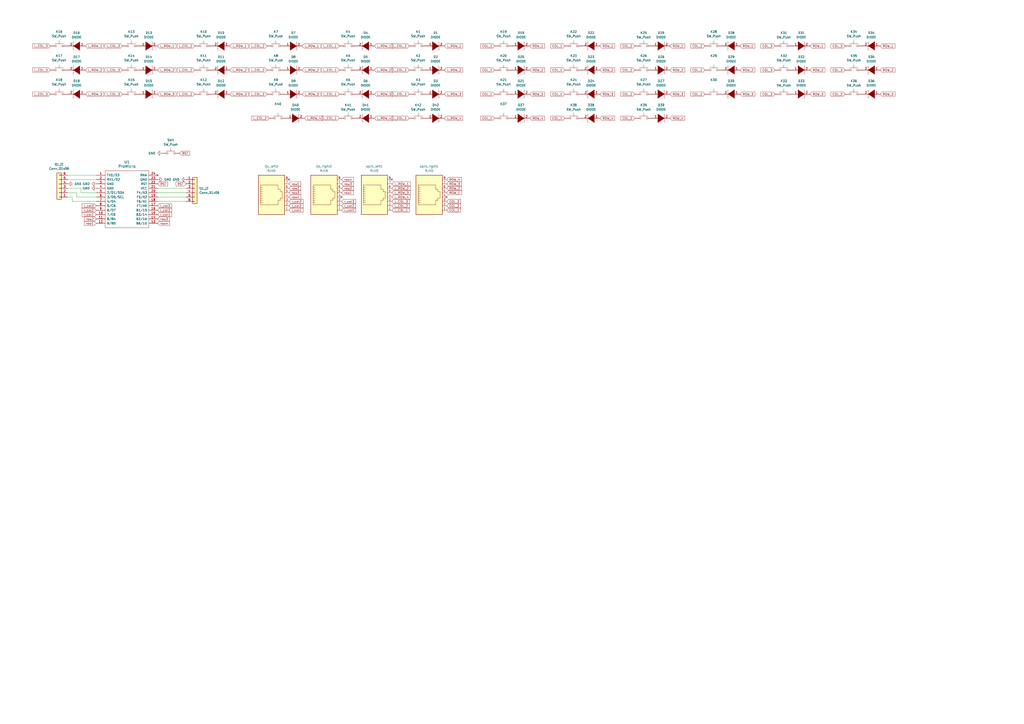
<source format=kicad_sch>
(kicad_sch (version 20230121) (generator eeschema)
  (paper "A2")
  (title_block (title "Bartlesplit") (company "Minimon"))
  (lib_symbols
    (symbol "Connector:RJ45" (pin_names (offset 1.016))
      (property "Reference" "J" (at -5.08 13.97 0))
      (property "Value" "RJ45" (at 2.54 13.97 0))
      (symbol "RJ45_0_1"
        (polyline (pts (xy -5.08 4.445) (xy -6.35 4.445)))
        (polyline (pts (xy -5.08 5.715) (xy -6.35 5.715)))
        (polyline (pts (xy -6.35 -3.175) (xy -5.08 -3.175) (xy -5.08 -3.175)))
        (polyline (pts (xy -6.35 -1.905) (xy -5.08 -1.905) (xy -5.08 -1.905)))
        (polyline (pts (xy -6.35 -0.635) (xy -5.08 -0.635) (xy -5.08 -0.635)))
        (polyline (pts (xy -6.35 0.635) (xy -5.08 0.635) (xy -5.08 0.635)))
        (polyline (pts (xy -6.35 1.905) (xy -5.08 1.905) (xy -5.08 1.905)))
        (polyline (pts (xy -5.08 3.175) (xy -6.35 3.175) (xy -6.35 3.175)))
        (polyline (pts (xy -6.35 -4.445) (xy -6.35 6.985) (xy 3.81 6.985) (xy 3.81 4.445) (xy 5.08 4.445) (xy 5.08 3.175) (xy 6.35 3.175) (xy 6.35 -0.635) (xy 5.08 -0.635) (xy 5.08 -1.905) (xy 3.81 -1.905) (xy 3.81 -4.445) (xy -6.35 -4.445) (xy -6.35 -4.445)))
        (rectangle (start 7.62 12.7) (end -7.62 -10.16) (stroke (width 0.254)) (fill (type background)))
      )
      (symbol "RJ45_1_1"
        (pin passive line (at 10.16 -7.62 180) (length 2.54) (name "~") (number "1"))
        (pin passive line (at 10.16 -5.08 180) (length 2.54) (name "~") (number "2"))
        (pin passive line (at 10.16 -2.54 180) (length 2.54) (name "~") (number "3"))
        (pin passive line (at 10.16 0 180) (length 2.54) (name "~") (number "4"))
        (pin passive line (at 10.16 2.54 180) (length 2.54) (name "~") (number "5"))
        (pin passive line (at 10.16 5.08 180) (length 2.54) (name "~") (number "6"))
        (pin passive line (at 10.16 7.62 180) (length 2.54) (name "~") (number "7"))
        (pin passive line (at 10.16 10.16 180) (length 2.54) (name "~") (number "8"))
      )
    )
    (symbol "Connector_Generic:Conn_01x06" (pin_names (offset 1.016) hide)
      (property "Reference" "J" (at 0 7.62 0))
      (property "Value" "Conn_01x06" (at 0 -10.16 0))
      (symbol "Conn_01x06_1_1"
        (rectangle (start -1.27 -7.493) (end 0 -7.747) (stroke (width 0.1524)))
        (rectangle (start -1.27 -4.953) (end 0 -5.207) (stroke (width 0.1524)))
        (rectangle (start -1.27 -2.413) (end 0 -2.667) (stroke (width 0.1524)))
        (rectangle (start -1.27 0.127) (end 0 -0.127) (stroke (width 0.1524)))
        (rectangle (start -1.27 2.667) (end 0 2.413) (stroke (width 0.1524)))
        (rectangle (start -1.27 5.207) (end 0 4.953) (stroke (width 0.1524)))
        (rectangle (start -1.27 6.35) (end 1.27 -8.89) (stroke (width 0.254)) (fill (type background)))
        (pin passive line (at -5.08 5.08 0) (length 3.81) (name "Pin_1") (number "1"))
        (pin passive line (at -5.08 2.54 0) (length 3.81) (name "Pin_2") (number "2"))
        (pin passive line (at -5.08 0 0) (length 3.81) (name "Pin_3") (number "3"))
        (pin passive line (at -5.08 -2.54 0) (length 3.81) (name "Pin_4") (number "4"))
        (pin passive line (at -5.08 -5.08 0) (length 3.81) (name "Pin_5") (number "5"))
        (pin passive line (at -5.08 -7.62 0) (length 3.81) (name "Pin_6") (number "6"))
      )
    )
    (symbol "Switch:SW_Push" (pin_numbers hide) (pin_names (offset 1.016) hide)
      (property "Reference" "SW" (at 1.27 2.54 0))
      (property "Value" "SW_Push" (at 0 -1.524 0))
      (symbol "SW_Push_0_1"
        (circle (center -2.032 0) (radius 0.508))
        (polyline (pts (xy 0 1.27) (xy 0 3.048)))
        (polyline (pts (xy 2.54 1.27) (xy -2.54 1.27)))
        (circle (center 2.032 0) (radius 0.508))
        (pin passive line (at -5.08 0 0) (length 2.54) (name "1") (number "1"))
        (pin passive line (at 5.08 0 180) (length 2.54) (name "2") (number "2"))
      )
    )
    (symbol "kbd:ProMicro" (pin_names (offset 1.016))
      (property "Reference" "U" (at 0 19.05 0))
      (property "Value" "ProMicro" (at 0 -19.05 0))
      (symbol "ProMicro_0_1"
        (rectangle (start -12.7 16.51) (end 12.7 -16.51))
      )
      (symbol "ProMicro_1_1"
        (pin bidirectional line (at -17.78 13.97 0) (length 5.08) (name "TX0/D3") (number "1"))
        (pin bidirectional line (at -17.78 -8.89 0) (length 5.08) (name "7/E6") (number "10"))
        (pin bidirectional line (at -17.78 -11.43 0) (length 5.08) (name "8/B4") (number "11"))
        (pin bidirectional line (at -17.78 -13.97 0) (length 5.08) (name "9/B5") (number "12"))
        (pin bidirectional line (at 17.78 -13.97 180) (length 5.08) (name "B6/10") (number "13"))
        (pin bidirectional line (at 17.78 -11.43 180) (length 5.08) (name "B2/16") (number "14"))
        (pin bidirectional line (at 17.78 -8.89 180) (length 5.08) (name "B3/14") (number "15"))
        (pin bidirectional line (at 17.78 -6.35 180) (length 5.08) (name "B1/15") (number "16"))
        (pin bidirectional line (at 17.78 -3.81 180) (length 5.08) (name "F7/A0") (number "17"))
        (pin bidirectional line (at 17.78 -1.27 180) (length 5.08) (name "F6/A1") (number "18"))
        (pin bidirectional line (at 17.78 1.27 180) (length 5.08) (name "F5/A2") (number "19"))
        (pin bidirectional line (at -17.78 11.43 0) (length 5.08) (name "RX1/D2") (number "2"))
        (pin bidirectional line (at 17.78 3.81 180) (length 5.08) (name "F4/A3") (number "20"))
        (pin power_in line (at 17.78 6.35 180) (length 5.08) (name "VCC") (number "21"))
        (pin input line (at 17.78 8.89 180) (length 5.08) (name "RST") (number "22"))
        (pin power_in line (at 17.78 11.43 180) (length 5.08) (name "GND") (number "23"))
        (pin power_out line (at 17.78 13.97 180) (length 5.08) (name "RAW") (number "24"))
        (pin power_in line (at -17.78 8.89 0) (length 5.08) (name "GND") (number "3"))
        (pin power_in line (at -17.78 6.35 0) (length 5.08) (name "GND") (number "4"))
        (pin bidirectional line (at -17.78 3.81 0) (length 5.08) (name "2/D1/SDA") (number "5"))
        (pin bidirectional line (at -17.78 1.27 0) (length 5.08) (name "3/D0/SCL") (number "6"))
        (pin bidirectional line (at -17.78 -1.27 0) (length 5.08) (name "4/D4") (number "7"))
        (pin bidirectional line (at -17.78 -3.81 0) (length 5.08) (name "5/C6") (number "8"))
        (pin bidirectional line (at -17.78 -6.35 0) (length 5.08) (name "6/D7") (number "9"))
      )
    )
    (symbol "power:GND" (power) (pin_names (offset 0))
      (property "Value" "GND" (at 0 -3.81 0))
      (symbol "GND_0_1"
        (polyline (pts (xy 0 0) (xy 0 -1.27) (xy 1.27 -1.27) (xy 0 -2.54) (xy -1.27 -1.27) (xy 0 -1.27)))
      )
      (symbol "GND_1_1"
        (pin power_in line (at 0 0 270) (length 0) hide (name "GND") (number "1"))
      )
    )
    (symbol "pspice:DIODE" (pin_names (offset 1.016) hide)
      (property "Reference" "D" (at 0 3.81 0))
      (property "Value" "DIODE" (at 0 -4.445 0))
      (symbol "DIODE_0_1"
        (polyline (pts (xy 1.905 2.54) (xy 1.905 -2.54)))
        (polyline (pts (xy -1.905 2.54) (xy -1.905 -2.54) (xy 1.905 0)) (fill (type outline)))
      )
      (symbol "DIODE_1_1"
        (pin input line (at -5.08 0 0) (length 3.81) (name "K") (number "1"))
        (pin input line (at 5.08 0 180) (length 3.81) (name "A") (number "2"))
      )
    )
  )
  (no_connect (at 91.44 101.6))
  (no_connect (at 198.12 114.3))
  (no_connect (at 167.64 104.14))
  (no_connect (at 259.08 114.3))
  (no_connect (at 227.33 104.14))
  (wire (pts (xy 91.44 109.22) (xy 107.95 109.22)))
  (wire (pts (xy 44.45 114.3) (xy 44.45 111.76)))
  (wire (pts (xy 91.44 114.3) (xy 107.95 114.3)))
  (wire (pts (xy 91.44 116.84) (xy 107.95 116.84)))
  (wire (pts (xy 39.37 104.14) (xy 55.88 104.14)))
  (wire (pts (xy 91.44 111.76) (xy 107.95 111.76)))
  (wire (pts (xy 55.88 116.84) (xy 41.91 116.84)))
  (wire (pts (xy 44.45 114.3) (xy 55.88 114.3)))
  (wire (pts (xy 41.91 116.84) (xy 41.91 114.3)))
  (wire (pts (xy 44.45 111.76) (xy 39.37 111.76)))
  (wire (pts (xy 39.37 109.22) (xy 46.99 109.22)))
  (wire (pts (xy 46.99 111.76) (xy 46.99 109.22)))
  (wire (pts (xy 46.99 111.76) (xy 55.88 111.76)))
  (wire (pts (xy 39.37 101.6) (xy 55.88 101.6)))
  (wire (pts (xy 41.91 114.3) (xy 39.37 114.3)))
  (global_label "COL_2" (shape input) (at 368.3 54.61 180) (property "Intersheetrefs" "${INTERSHEET_REFS}" (effects hide)))
  (global_label "r_col1" (shape input) (at 198.12 121.92 0) (property "Intersheetrefs" "${INTERSHEET_REFS}" (effects hide)))
  (global_label "L_COL_2" (shape input) (at 113.03 40.64 180) (property "Intersheetrefs" "${INTERSHEET_REFS}" (effects hide)))
  (global_label "ROW_1" (shape input) (at 469.9 26.67 0) (property "Intersheetrefs" "${INTERSHEET_REFS}" (effects hide)))
  (global_label "row3" (shape input) (at 167.64 111.76 0) (property "Intersheetrefs" "${INTERSHEET_REFS}" (effects hide)))
  (global_label "l_col3" (shape input) (at 91.44 119.38 0) (property "Intersheetrefs" "${INTERSHEET_REFS}" (effects hide)))
  (global_label "row4" (shape input) (at 167.64 114.3 0) (property "Intersheetrefs" "${INTERSHEET_REFS}" (effects hide)))
  (global_label "COL_3" (shape input) (at 490.22 40.64 180) (property "Intersheetrefs" "${INTERSHEET_REFS}" (effects hide)))
  (global_label "L_COL_1" (shape input) (at 227.33 121.92 0) (property "Intersheetrefs" "${INTERSHEET_REFS}" (effects hide)))
  (global_label "L_COL_1" (shape input) (at 237.49 54.61 180) (property "Intersheetrefs" "${INTERSHEET_REFS}" (effects hide)))
  (global_label "row2" (shape input) (at 167.64 109.22 0) (property "Intersheetrefs" "${INTERSHEET_REFS}" (effects hide)))
  (global_label "row3" (shape input) (at 198.12 106.68 0) (property "Intersheetrefs" "${INTERSHEET_REFS}" (effects hide)))
  (global_label "r_col1" (shape input) (at 55.88 124.46 180) (property "Intersheetrefs" "${INTERSHEET_REFS}" (effects hide)))
  (global_label "RST" (shape input) (at 91.44 106.68 0) (property "Intersheetrefs" "${INTERSHEET_REFS}" (effects hide)))
  (global_label "L_ROW_4" (shape input) (at 227.33 114.3 0) (property "Intersheetrefs" "${INTERSHEET_REFS}" (effects hide)))
  (global_label "COL_2" (shape input) (at 259.08 119.38 0) (property "Intersheetrefs" "${INTERSHEET_REFS}" (effects hide)))
  (global_label "L_COL_1" (shape input) (at 196.85 68.58 180) (property "Intersheetrefs" "${INTERSHEET_REFS}" (effects hide)))
  (global_label "l_col2" (shape input) (at 167.64 119.38 0) (property "Intersheetrefs" "${INTERSHEET_REFS}" (effects hide)))
  (global_label "ROW_3" (shape input) (at 469.9 54.61 0) (property "Intersheetrefs" "${INTERSHEET_REFS}" (effects hide)))
  (global_label "L_COL_2" (shape input) (at 154.94 26.67 180) (property "Intersheetrefs" "${INTERSHEET_REFS}" (effects hide)))
  (global_label "L_ROW_1" (shape input) (at 133.35 26.67 0) (property "Intersheetrefs" "${INTERSHEET_REFS}" (effects hide)))
  (global_label "ROW_2" (shape input) (at 307.34 40.64 0) (property "Intersheetrefs" "${INTERSHEET_REFS}" (effects hide)))
  (global_label "row4" (shape input) (at 91.44 129.54 0) (property "Intersheetrefs" "${INTERSHEET_REFS}" (effects hide)))
  (global_label "l_col1" (shape input) (at 167.64 121.92 0) (property "Intersheetrefs" "${INTERSHEET_REFS}" (effects hide)))
  (global_label "L_COL_3" (shape input) (at 29.21 26.67 180) (property "Intersheetrefs" "${INTERSHEET_REFS}" (effects hide)))
  (global_label "row4" (shape input) (at 198.12 104.14 0) (property "Intersheetrefs" "${INTERSHEET_REFS}" (effects hide)))
  (global_label "L_COL_1" (shape input) (at 237.49 68.58 180) (property "Intersheetrefs" "${INTERSHEET_REFS}" (effects hide)))
  (global_label "ROW_1" (shape input) (at 510.54 26.67 0) (property "Intersheetrefs" "${INTERSHEET_REFS}" (effects hide)))
  (global_label "row1" (shape input) (at 198.12 111.76 0) (property "Intersheetrefs" "${INTERSHEET_REFS}" (effects hide)))
  (global_label "row2" (shape input) (at 198.12 109.22 0) (property "Intersheetrefs" "${INTERSHEET_REFS}" (effects hide)))
  (global_label "r_col2" (shape input) (at 55.88 121.92 180) (property "Intersheetrefs" "${INTERSHEET_REFS}" (effects hide)))
  (global_label "COL_2" (shape input) (at 408.94 54.61 180) (property "Intersheetrefs" "${INTERSHEET_REFS}" (effects hide)))
  (global_label "L_COL_3" (shape input) (at 71.12 40.64 180) (property "Intersheetrefs" "${INTERSHEET_REFS}" (effects hide)))
  (global_label "L_ROW_2" (shape input) (at 49.53 40.64 0) (property "Intersheetrefs" "${INTERSHEET_REFS}" (effects hide)))
  (global_label "COL_2" (shape input) (at 408.94 26.67 180) (property "Intersheetrefs" "${INTERSHEET_REFS}" (effects hide)))
  (global_label "COL_1" (shape input) (at 327.66 54.61 180) (property "Intersheetrefs" "${INTERSHEET_REFS}" (effects hide)))
  (global_label "L_COL_3" (shape input) (at 227.33 116.84 0) (property "Intersheetrefs" "${INTERSHEET_REFS}" (effects hide)))
  (global_label "COL_1" (shape input) (at 327.66 68.58 180) (property "Intersheetrefs" "${INTERSHEET_REFS}" (effects hide)))
  (global_label "row2" (shape input) (at 55.88 127 180) (property "Intersheetrefs" "${INTERSHEET_REFS}" (effects hide)))
  (global_label "RST" (shape input) (at 107.95 106.68 180) (property "Intersheetrefs" "${INTERSHEET_REFS}" (effects hide)))
  (global_label "L_ROW_2" (shape input) (at 257.81 40.64 0) (property "Intersheetrefs" "${INTERSHEET_REFS}" (effects hide)))
  (global_label "L_ROW_1" (shape input) (at 227.33 106.68 0) (property "Intersheetrefs" "${INTERSHEET_REFS}" (effects hide)))
  (global_label "L_ROW_3" (shape input) (at 91.44 54.61 0) (property "Intersheetrefs" "${INTERSHEET_REFS}" (effects hide)))
  (global_label "ROW_1" (shape input) (at 307.34 26.67 0) (property "Intersheetrefs" "${INTERSHEET_REFS}" (effects hide)))
  (global_label "L_ROW_4" (shape input) (at 257.81 68.58 0) (property "Intersheetrefs" "${INTERSHEET_REFS}" (effects hide)))
  (global_label "ROW_3" (shape input) (at 510.54 54.61 0) (property "Intersheetrefs" "${INTERSHEET_REFS}" (effects hide)))
  (global_label "l_col1" (shape input) (at 91.44 124.46 0) (property "Intersheetrefs" "${INTERSHEET_REFS}" (effects hide)))
  (global_label "L_COL_1" (shape input) (at 237.49 40.64 180) (property "Intersheetrefs" "${INTERSHEET_REFS}" (effects hide)))
  (global_label "row1" (shape input) (at 167.64 106.68 0) (property "Intersheetrefs" "${INTERSHEET_REFS}" (effects hide)))
  (global_label "l_col2" (shape input) (at 91.44 121.92 0) (property "Intersheetrefs" "${INTERSHEET_REFS}" (effects hide)))
  (global_label "ROW_4" (shape input) (at 388.62 68.58 0) (property "Intersheetrefs" "${INTERSHEET_REFS}" (effects hide)))
  (global_label "COL_1" (shape input) (at 327.66 26.67 180) (property "Intersheetrefs" "${INTERSHEET_REFS}" (effects hide)))
  (global_label "L_COL_1" (shape input) (at 196.85 40.64 180) (property "Intersheetrefs" "${INTERSHEET_REFS}" (effects hide)))
  (global_label "l_col3" (shape input) (at 167.64 116.84 0) (property "Intersheetrefs" "${INTERSHEET_REFS}" (effects hide)))
  (global_label "r_col3" (shape input) (at 198.12 116.84 0) (property "Intersheetrefs" "${INTERSHEET_REFS}" (effects hide)))
  (global_label "L_ROW_1" (shape input) (at 217.17 26.67 0) (property "Intersheetrefs" "${INTERSHEET_REFS}" (effects hide)))
  (global_label "r_col2" (shape input) (at 198.12 119.38 0) (property "Intersheetrefs" "${INTERSHEET_REFS}" (effects hide)))
  (global_label "L_COL_2" (shape input) (at 156.21 68.58 180) (property "Intersheetrefs" "${INTERSHEET_REFS}" (effects hide)))
  (global_label "COL_1" (shape input) (at 327.66 40.64 180) (property "Intersheetrefs" "${INTERSHEET_REFS}" (effects hide)))
  (global_label "L_COL_3" (shape input) (at 29.21 40.64 180) (property "Intersheetrefs" "${INTERSHEET_REFS}" (effects hide)))
  (global_label "L_ROW_2" (shape input) (at 227.33 109.22 0) (property "Intersheetrefs" "${INTERSHEET_REFS}" (effects hide)))
  (global_label "ROW_2" (shape input) (at 469.9 40.64 0) (property "Intersheetrefs" "${INTERSHEET_REFS}" (effects hide)))
  (global_label "COL_3" (shape input) (at 490.22 54.61 180) (property "Intersheetrefs" "${INTERSHEET_REFS}" (effects hide)))
  (global_label "L_ROW_3" (shape input) (at 49.53 54.61 0) (property "Intersheetrefs" "${INTERSHEET_REFS}" (effects hide)))
  (global_label "COL_3" (shape input) (at 449.58 26.67 180) (property "Intersheetrefs" "${INTERSHEET_REFS}" (effects hide)))
  (global_label "COL_2" (shape input) (at 368.3 26.67 180) (property "Intersheetrefs" "${INTERSHEET_REFS}" (effects hide)))
  (global_label "L_ROW_4" (shape input) (at 176.53 68.58 0) (property "Intersheetrefs" "${INTERSHEET_REFS}" (effects hide)))
  (global_label "ROW_3" (shape input) (at 429.26 54.61 0) (property "Intersheetrefs" "${INTERSHEET_REFS}" (effects hide)))
  (global_label "COL_3" (shape input) (at 449.58 54.61 180) (property "Intersheetrefs" "${INTERSHEET_REFS}" (effects hide)))
  (global_label "ROW_3" (shape input) (at 259.08 106.68 0) (property "Intersheetrefs" "${INTERSHEET_REFS}" (effects hide)))
  (global_label "COL_2" (shape input) (at 368.3 40.64 180) (property "Intersheetrefs" "${INTERSHEET_REFS}" (effects hide)))
  (global_label "ROW_2" (shape input) (at 388.62 40.64 0) (property "Intersheetrefs" "${INTERSHEET_REFS}" (effects hide)))
  (global_label "L_ROW_3" (shape input) (at 257.81 54.61 0) (property "Intersheetrefs" "${INTERSHEET_REFS}" (effects hide)))
  (global_label "COL_1" (shape input) (at 259.08 121.92 0) (property "Intersheetrefs" "${INTERSHEET_REFS}" (effects hide)))
  (global_label "COL_3" (shape input) (at 259.08 116.84 0) (property "Intersheetrefs" "${INTERSHEET_REFS}" (effects hide)))
  (global_label "L_COL_1" (shape input) (at 237.49 26.67 180) (property "Intersheetrefs" "${INTERSHEET_REFS}" (effects hide)))
  (global_label "COL_3" (shape input) (at 449.58 40.64 180) (property "Intersheetrefs" "${INTERSHEET_REFS}" (effects hide)))
  (global_label "L_COL_3" (shape input) (at 71.12 26.67 180) (property "Intersheetrefs" "${INTERSHEET_REFS}" (effects hide)))
  (global_label "L_COL_1" (shape input) (at 196.85 26.67 180) (property "Intersheetrefs" "${INTERSHEET_REFS}" (effects hide)))
  (global_label "L_COL_2" (shape input) (at 154.94 40.64 180) (property "Intersheetrefs" "${INTERSHEET_REFS}" (effects hide)))
  (global_label "L_COL_1" (shape input) (at 196.85 54.61 180) (property "Intersheetrefs" "${INTERSHEET_REFS}" (effects hide)))
  (global_label "L_ROW_2" (shape input) (at 217.17 40.64 0) (property "Intersheetrefs" "${INTERSHEET_REFS}" (effects hide)))
  (global_label "ROW_1" (shape input) (at 429.26 26.67 0) (property "Intersheetrefs" "${INTERSHEET_REFS}" (effects hide)))
  (global_label "ROW_1" (shape input) (at 388.62 26.67 0) (property "Intersheetrefs" "${INTERSHEET_REFS}" (effects hide)))
  (global_label "L_ROW_2" (shape input) (at 91.44 40.64 0) (property "Intersheetrefs" "${INTERSHEET_REFS}" (effects hide)))
  (global_label "L_COL_3" (shape input) (at 29.21 54.61 180) (property "Intersheetrefs" "${INTERSHEET_REFS}" (effects hide)))
  (global_label "COL_1" (shape input) (at 287.02 68.58 180) (property "Intersheetrefs" "${INTERSHEET_REFS}" (effects hide)))
  (global_label "L_ROW_1" (shape input) (at 257.81 26.67 0) (property "Intersheetrefs" "${INTERSHEET_REFS}" (effects hide)))
  (global_label "ROW_2" (shape input) (at 510.54 40.64 0) (property "Intersheetrefs" "${INTERSHEET_REFS}" (effects hide)))
  (global_label "ROW_3" (shape input) (at 307.34 54.61 0) (property "Intersheetrefs" "${INTERSHEET_REFS}" (effects hide)))
  (global_label "L_COL_3" (shape input) (at 71.12 54.61 180) (property "Intersheetrefs" "${INTERSHEET_REFS}" (effects hide)))
  (global_label "ROW_4" (shape input) (at 259.08 104.14 0) (property "Intersheetrefs" "${INTERSHEET_REFS}" (effects hide)))
  (global_label "L_ROW_3" (shape input) (at 217.17 54.61 0) (property "Intersheetrefs" "${INTERSHEET_REFS}" (effects hide)))
  (global_label "L_ROW_1" (shape input) (at 175.26 26.67 0) (property "Intersheetrefs" "${INTERSHEET_REFS}" (effects hide)))
  (global_label "L_ROW_4" (shape input) (at 217.17 68.58 0) (property "Intersheetrefs" "${INTERSHEET_REFS}" (effects hide)))
  (global_label "ROW_1" (shape input) (at 259.08 111.76 0) (property "Intersheetrefs" "${INTERSHEET_REFS}" (effects hide)))
  (global_label "ROW_4" (shape input) (at 307.34 68.58 0) (property "Intersheetrefs" "${INTERSHEET_REFS}" (effects hide)))
  (global_label "COL_2" (shape input) (at 408.94 40.64 180) (property "Intersheetrefs" "${INTERSHEET_REFS}" (effects hide)))
  (global_label "r_col3" (shape input) (at 55.88 119.38 180) (property "Intersheetrefs" "${INTERSHEET_REFS}" (effects hide)))
  (global_label "ROW_3" (shape input) (at 347.98 54.61 0) (property "Intersheetrefs" "${INTERSHEET_REFS}" (effects hide)))
  (global_label "RST" (shape input) (at 104.14 88.9 0) (property "Intersheetrefs" "${INTERSHEET_REFS}" (effects hide)))
  (global_label "L_COL_2" (shape input) (at 154.94 54.61 180) (property "Intersheetrefs" "${INTERSHEET_REFS}" (effects hide)))
  (global_label "L_ROW_1" (shape input) (at 91.44 26.67 0) (property "Intersheetrefs" "${INTERSHEET_REFS}" (effects hide)))
  (global_label "ROW_2" (shape input) (at 429.26 40.64 0) (property "Intersheetrefs" "${INTERSHEET_REFS}" (effects hide)))
  (global_label "L_ROW_2" (shape input) (at 133.35 40.64 0) (property "Intersheetrefs" "${INTERSHEET_REFS}" (effects hide)))
  (global_label "ROW_4" (shape input) (at 347.98 68.58 0) (property "Intersheetrefs" "${INTERSHEET_REFS}" (effects hide)))
  (global_label "ROW_3" (shape input) (at 388.62 54.61 0) (property "Intersheetrefs" "${INTERSHEET_REFS}" (effects hide)))
  (global_label "L_ROW_3" (shape input) (at 227.33 111.76 0) (property "Intersheetrefs" "${INTERSHEET_REFS}" (effects hide)))
  (global_label "L_ROW_1" (shape input) (at 49.53 26.67 0) (property "Intersheetrefs" "${INTERSHEET_REFS}" (effects hide)))
  (global_label "L_ROW_2" (shape input) (at 175.26 40.64 0) (property "Intersheetrefs" "${INTERSHEET_REFS}" (effects hide)))
  (global_label "row1" (shape input) (at 55.88 129.54 180) (property "Intersheetrefs" "${INTERSHEET_REFS}" (effects hide)))
  (global_label "ROW_2" (shape input) (at 259.08 109.22 0) (property "Intersheetrefs" "${INTERSHEET_REFS}" (effects hide)))
  (global_label "row3" (shape input) (at 91.44 127 0) (property "Intersheetrefs" "${INTERSHEET_REFS}" (effects hide)))
  (global_label "L_ROW_3" (shape input) (at 175.26 54.61 0) (property "Intersheetrefs" "${INTERSHEET_REFS}" (effects hide)))
  (global_label "COL_1" (shape input) (at 287.02 54.61 180) (property "Intersheetrefs" "${INTERSHEET_REFS}" (effects hide)))
  (global_label "L_COL_2" (shape input) (at 113.03 54.61 180) (property "Intersheetrefs" "${INTERSHEET_REFS}" (effects hide)))
  (global_label "ROW_2" (shape input) (at 347.98 40.64 0) (property "Intersheetrefs" "${INTERSHEET_REFS}" (effects hide)))
  (global_label "COL_1" (shape input) (at 287.02 26.67 180) (property "Intersheetrefs" "${INTERSHEET_REFS}" (effects hide)))
  (global_label "COL_2" (shape input) (at 368.3 68.58 180) (property "Intersheetrefs" "${INTERSHEET_REFS}" (effects hide)))
  (global_label "COL_1" (shape input) (at 287.02 40.64 180) (property "Intersheetrefs" "${INTERSHEET_REFS}" (effects hide)))
  (global_label "COL_3" (shape input) (at 490.22 26.67 180) (property "Intersheetrefs" "${INTERSHEET_REFS}" (effects hide)))
  (global_label "ROW_1" (shape input) (at 347.98 26.67 0) (property "Intersheetrefs" "${INTERSHEET_REFS}" (effects hide)))
  (global_label "L_ROW_3" (shape input) (at 133.35 54.61 0) (property "Intersheetrefs" "${INTERSHEET_REFS}" (effects hide)))
  (global_label "L_COL_2" (shape input) (at 113.03 26.67 180) (property "Intersheetrefs" "${INTERSHEET_REFS}" (effects hide)))
  (global_label "L_COL_2" (shape input) (at 227.33 119.38 0) (property "Intersheetrefs" "${INTERSHEET_REFS}" (effects hide)))
  (symbol (lib_id "Switch:SW_Push") (at 242.57 40.64 0) (unit 1)
    (property "Reference" "K2" (at 242.57 32.385 0))
    (property "Value" "SW_Push" (at 242.57 34.925 0))
    (property "Footprint" "PCM_Switch_Keyboard_Hotswap_Kailh:SW_Hotswap_Kailh_MX_1.00u" (effects hide))
  )
  (symbol (lib_id "Connector_Generic:Conn_01x06") (at 113.03 109.22 0) (unit 1)
    (property "Reference" "tjc_j2" (at 115.57 109.22 0) (effects (justify left)))
    (property "Value" "Conn_01x06" (at 115.57 111.76 0) (effects (justify left)))
    (property "Footprint" "Connector_PinSocket_2.54mm:PinSocket_1x06_P2.54mm_Vertical" (effects hide))
  )
  (symbol (lib_id "Switch:SW_Push") (at 34.29 26.67 0) (unit 1)
    (property "Reference" "K16" (at 34.29 18.415 0))
    (property "Value" "SW_Push" (at 34.29 20.955 0))
    (property "Footprint" "PCM_Switch_Keyboard_Hotswap_Kailh:SW_Hotswap_Kailh_MX_1.00u" (effects hide))
  )
  (symbol (lib_id "Switch:SW_Push") (at 332.74 26.67 0) (unit 1)
    (property "Reference" "K22" (at 332.74 18.415 0))
    (property "Value" "SW_Push" (at 332.74 20.955 0))
    (property "Footprint" "PCM_Switch_Keyboard_Hotswap_Kailh:SW_Hotswap_Kailh_MX_1.00u" (effects hide))
  )
  (symbol (lib_id "Switch:SW_Push") (at 373.38 54.61 0) (unit 1)
    (property "Reference" "K27" (at 373.38 46.355 0))
    (property "Value" "SW_Push" (at 373.38 48.895 0))
    (property "Footprint" "PCM_Switch_Keyboard_Hotswap_Kailh:SW_Hotswap_Kailh_MX_1.00u" (effects hide))
  )
  (symbol (lib_id "pspice:DIODE") (at 86.36 26.67 0) (unit 1)
    (property "Reference" "D13" (at 86.36 19.05 0))
    (property "Value" "DIODE" (at 86.36 21.59 0))
    (property "Footprint" "Diode_SMD:D_SOD-123" (effects hide))
  )
  (symbol (lib_id "pspice:DIODE") (at 383.54 68.58 0) (unit 1)
    (property "Reference" "D39" (at 383.54 60.96 0))
    (property "Value" "DIODE" (at 383.54 63.5 0))
    (property "Footprint" "Diode_SMD:D_SOD-123" (effects hide))
  )
  (symbol (lib_id "Switch:SW_Push") (at 495.3 26.67 0) (unit 1)
    (property "Reference" "K34" (at 495.3 18.415 0))
    (property "Value" "SW_Push" (at 495.3 20.955 0))
    (property "Footprint" "PCM_Switch_Keyboard_Hotswap_Kailh:SW_Hotswap_Kailh_MX_1.00u" (effects hide))
  )
  (symbol (lib_id "Switch:SW_Push") (at 242.57 68.58 0) (unit 1)
    (property "Reference" "K42" (at 242.57 60.96 0))
    (property "Value" "SW_Push" (at 242.57 63.5 0))
    (property "Footprint" "PCM_Switch_Keyboard_Hotswap_Kailh:SW_Hotswap_Kailh_MX_1.00u" (effects hide))
  )
  (symbol (lib_id "Switch:SW_Push") (at 292.1 54.61 0) (unit 1)
    (property "Reference" "K21" (at 292.1 46.355 0))
    (property "Value" "SW_Push" (at 292.1 48.895 0))
    (property "Footprint" "PCM_Switch_Keyboard_Hotswap_Kailh:SW_Hotswap_Kailh_MX_1.00u" (effects hide))
  )
  (symbol (lib_id "Switch:SW_Push") (at 332.74 54.61 0) (unit 1)
    (property "Reference" "K24" (at 332.74 46.355 0))
    (property "Value" "SW_Push" (at 332.74 48.895 0))
    (property "Footprint" "PCM_Switch_Keyboard_Hotswap_Kailh:SW_Hotswap_Kailh_MX_1.00u" (effects hide))
  )
  (symbol (lib_id "pspice:DIODE") (at 86.36 54.61 0) (unit 1)
    (property "Reference" "D15" (at 86.36 46.99 0))
    (property "Value" "DIODE" (at 86.36 49.53 0))
    (property "Footprint" "Diode_SMD:D_SOD-123" (effects hide))
  )
  (symbol (lib_id "pspice:DIODE") (at 342.9 68.58 0) (mirror y) (unit 1)
    (property "Reference" "D38" (at 342.9 60.96 0))
    (property "Value" "DIODE" (at 342.9 63.5 0))
    (property "Footprint" "Diode_SMD:D_SOD-123" (effects hide))
  )
  (symbol (lib_id "Switch:SW_Push") (at 118.11 26.67 0) (unit 1)
    (property "Reference" "K10" (at 118.11 18.415 0))
    (property "Value" "SW_Push" (at 118.11 20.955 0))
    (property "Footprint" "PCM_Switch_Keyboard_Hotswap_Kailh:SW_Hotswap_Kailh_MX_1.00u" (effects hide))
  )
  (symbol (lib_id "Switch:SW_Push") (at 414.02 26.67 0) (unit 1)
    (property "Reference" "K28" (at 414.02 18.415 0))
    (property "Value" "SW_Push" (at 414.02 20.955 0))
    (property "Footprint" "PCM_Switch_Keyboard_Hotswap_Kailh:SW_Hotswap_Kailh_MX_1.00u" (effects hide))
  )
  (symbol (lib_id "Switch:SW_Push") (at 454.66 40.64 0) (unit 1)
    (property "Reference" "K32" (at 454.66 32.385 0))
    (property "Value" "SW_Push" (at 454.66 34.925 0))
    (property "Footprint" "PCM_Switch_Keyboard_Hotswap_Kailh:SW_Hotswap_Kailh_MX_1.00u" (effects hide))
  )
  (symbol (lib_id "Connector:RJ45") (at 217.17 114.3 0) (unit 1)
    (property "Reference" "split_left1" (at 217.17 96.52 0))
    (property "Value" "RJ45" (at 217.17 99.06 0))
    (property "Footprint" "Connector_RJ:RJ45_Amphenol_54602-x08_Horizontal" (effects hide))
  )
  (symbol (lib_id "pspice:DIODE") (at 342.9 26.67 180) (unit 1)
    (property "Reference" "D22" (at 342.9 19.05 0))
    (property "Value" "DIODE" (at 342.9 21.59 0))
    (property "Footprint" "Diode_SMD:D_SOD-123" (effects hide))
  )
  (symbol (lib_id "Connector:RJ45") (at 248.92 114.3 0) (unit 1)
    (property "Reference" "split_right1" (at 248.92 96.52 0))
    (property "Value" "RJ45" (at 248.92 99.06 0))
    (property "Footprint" "Connector_RJ:RJ45_Amphenol_54602-x08_Horizontal" (effects hide))
  )
  (symbol (lib_id "pspice:DIODE") (at 424.18 26.67 180) (unit 1)
    (property "Reference" "D28" (at 424.18 19.05 0))
    (property "Value" "DIODE" (at 424.18 21.59 0))
    (property "Footprint" "Diode_SMD:D_SOD-123" (effects hide))
  )
  (symbol (lib_id "pspice:DIODE") (at 44.45 54.61 0) (mirror y) (unit 1)
    (property "Reference" "D18" (at 44.45 46.99 0))
    (property "Value" "DIODE" (at 44.45 49.53 0))
    (property "Footprint" "Diode_SMD:D_SOD-123" (effects hide))
  )
  (symbol (lib_id "Switch:SW_Push") (at 292.1 68.58 0) (unit 1)
    (property "Reference" "K37" (at 292.1 60.325 0))
    (property "Value" "SW_Push" (effects hide))
    (property "Footprint" "PCM_Switch_Keyboard_Hotswap_Kailh:SW_Hotswap_Kailh_MX_1.00u" (effects hide))
  )
  (symbol (lib_id "Switch:SW_Push") (at 242.57 26.67 0) (unit 1)
    (property "Reference" "K1" (at 242.57 18.415 0))
    (property "Value" "SW_Push" (at 242.57 20.955 0))
    (property "Footprint" "PCM_Switch_Keyboard_Hotswap_Kailh:SW_Hotswap_Kailh_MX_1.00u" (effects hide))
  )
  (symbol (lib_id "Switch:SW_Push") (at 118.11 54.61 0) (unit 1)
    (property "Reference" "K12" (at 118.11 46.355 0))
    (property "Value" "SW_Push" (at 118.11 48.895 0))
    (property "Footprint" "PCM_Switch_Keyboard_Hotswap_Kailh:SW_Hotswap_Kailh_MX_1.00u" (effects hide))
  )
  (symbol (lib_id "Switch:SW_Push") (at 495.3 54.61 0) (unit 1)
    (property "Reference" "K36" (at 495.3 46.99 0))
    (property "Value" "SW_Push" (at 495.3 49.53 0))
    (property "Footprint" "PCM_Switch_Keyboard_Hotswap_Kailh:SW_Hotswap_Kailh_MX_1.00u" (effects hide))
  )
  (symbol (lib_id "Switch:SW_Push") (at 414.02 40.64 0) (unit 1)
    (property "Reference" "K29" (at 414.02 32.385 0))
    (property "Value" "SW_Push" (effects hide))
    (property "Footprint" "PCM_Switch_Keyboard_Hotswap_Kailh:SW_Hotswap_Kailh_MX_1.00u" (effects hide))
  )
  (symbol (lib_id "pspice:DIODE") (at 128.27 26.67 0) (mirror y) (unit 1)
    (property "Reference" "D10" (at 128.27 19.05 0))
    (property "Value" "DIODE" (at 128.27 21.59 0))
    (property "Footprint" "Diode_SMD:D_SOD-123" (effects hide))
  )
  (symbol (lib_id "Switch:SW_Push") (at 201.93 68.58 0) (unit 1)
    (property "Reference" "K41" (at 201.93 60.96 0))
    (property "Value" "SW_Push" (at 201.93 63.5 0))
    (property "Footprint" "PCM_Switch_Keyboard_Hotswap_Kailh:SW_Hotswap_Kailh_MX_1.00u" (effects hide))
  )
  (symbol (lib_id "pspice:DIODE") (at 212.09 68.58 0) (mirror y) (unit 1)
    (property "Reference" "D41" (at 212.09 60.96 0))
    (property "Value" "DIODE" (at 212.09 63.5 0))
    (property "Footprint" "Diode_SMD:D_SOD-123" (effects hide))
  )
  (symbol (lib_id "Switch:SW_Push") (at 161.29 68.58 0) (unit 1)
    (property "Reference" "K40" (at 161.29 60.325 0))
    (property "Value" "SW_Push" (effects hide))
    (property "Footprint" "PCM_Switch_Keyboard_Hotswap_Kailh:SW_Hotswap_Kailh_MX_1.00u" (effects hide))
  )
  (symbol (lib_id "pspice:DIODE") (at 342.9 54.61 180) (unit 1)
    (property "Reference" "D24" (at 342.9 46.99 0))
    (property "Value" "DIODE" (at 342.9 49.53 0))
    (property "Footprint" "Diode_SMD:D_SOD-123" (effects hide))
  )
  (symbol (lib_id "Connector_Generic:Conn_01x06") (at 34.29 109.22 180) (unit 1)
    (property "Reference" "tjc_j1" (at 34.29 95.25 0))
    (property "Value" "Conn_01x06" (at 34.29 97.79 0))
    (property "Footprint" "Connector_PinSocket_2.54mm:PinSocket_1x06_P2.54mm_Vertical" (effects hide))
  )
  (symbol (lib_id "Switch:SW_Push") (at 160.02 26.67 0) (unit 1)
    (property "Reference" "K7" (at 160.02 18.415 0))
    (property "Value" "SW_Push" (at 160.02 20.955 0))
    (property "Footprint" "PCM_Switch_Keyboard_Hotswap_Kailh:SW_Hotswap_Kailh_MX_1.00u" (effects hide))
  )
  (symbol (lib_id "Switch:SW_Push") (at 414.02 54.61 0) (unit 1)
    (property "Reference" "K30" (at 414.02 46.355 0))
    (property "Value" "SW_Push" (effects hide))
    (property "Footprint" "PCM_Switch_Keyboard_Hotswap_Kailh:SW_Hotswap_Kailh_MX_1.00u" (effects hide))
  )
  (symbol (lib_id "pspice:DIODE") (at 86.36 40.64 0) (unit 1)
    (property "Reference" "D14" (at 86.36 33.02 0))
    (property "Value" "DIODE" (at 86.36 35.56 0))
    (property "Footprint" "Diode_SMD:D_SOD-123" (effects hide))
  )
  (symbol (lib_id "Switch:SW_Push") (at 99.06 88.9 0) (unit 1)
    (property "Reference" "SW1" (at 99.06 81.28 0))
    (property "Value" "SW_Push" (at 99.06 83.82 0))
    (property "Footprint" "Button_Switch_SMD:SW_Tactile_SPST_NO_Straight_CK_PTS636Sx25SMTRLFS" (effects hide))
  )
  (symbol (lib_id "Switch:SW_Push") (at 495.3 40.64 0) (unit 1)
    (property "Reference" "K35" (at 495.3 32.385 0))
    (property "Value" "SW_Push" (at 495.3 34.925 0))
    (property "Footprint" "PCM_Switch_Keyboard_Hotswap_Kailh:SW_Hotswap_Kailh_MX_1.00u" (effects hide))
  )
  (symbol (lib_id "Switch:SW_Push") (at 373.38 40.64 0) (unit 1)
    (property "Reference" "K26" (at 373.38 32.385 0))
    (property "Value" "SW_Push" (at 373.38 34.925 0))
    (property "Footprint" "PCM_Switch_Keyboard_Hotswap_Kailh:SW_Hotswap_Kailh_MX_1.00u" (effects hide))
  )
  (symbol (lib_id "Connector:RJ45") (at 157.48 114.3 0) (unit 1)
    (property "Reference" "tjc_left2" (at 157.48 96.52 0))
    (property "Value" "RJ45" (at 157.48 99.06 0))
    (property "Footprint" "Connector_RJ:RJ45_Amphenol_54602-x08_Horizontal" (effects hide))
    (property "Datasheet" "https://www.amphenol-cs.com/media/wysiwyg/files/drawing/c-bmj-0051.pdf" (effects hide))
    (property "DigiKey" "https://www.digikey.no/en/products/detail/amphenol-cs-fci/54602-908LF/1001360" (effects hide))
  )
  (symbol (lib_id "Switch:SW_Push") (at 201.93 40.64 0) (unit 1)
    (property "Reference" "K5" (at 201.93 32.385 0))
    (property "Value" "SW_Push" (at 201.93 34.925 0))
    (property "Footprint" "PCM_Switch_Keyboard_Hotswap_Kailh:SW_Hotswap_Kailh_MX_1.00u" (effects hide))
  )
  (symbol (lib_id "Switch:SW_Push") (at 454.66 26.67 0) (unit 1)
    (property "Reference" "K31" (at 454.66 19.05 0))
    (property "Value" "SW_Push" (at 454.66 21.59 0))
    (property "Footprint" "PCM_Switch_Keyboard_Hotswap_Kailh:SW_Hotswap_Kailh_MX_1.00u" (effects hide))
  )
  (symbol (lib_id "Switch:SW_Push") (at 292.1 40.64 0) (unit 1)
    (property "Reference" "K20" (at 292.1 32.385 0))
    (property "Value" "SW_Push" (at 292.1 34.925 0))
    (property "Footprint" "PCM_Switch_Keyboard_Hotswap_Kailh:SW_Hotswap_Kailh_MX_1.00u" (effects hide))
  )
  (symbol (lib_id "pspice:DIODE") (at 170.18 26.67 0) (unit 1)
    (property "Reference" "D7" (at 170.18 19.05 0))
    (property "Value" "DIODE" (at 170.18 21.59 0))
    (property "Footprint" "Diode_SMD:D_SOD-123" (effects hide))
  )
  (symbol (lib_id "Switch:SW_Push") (at 201.93 26.67 0) (unit 1)
    (property "Reference" "K4" (at 201.93 18.415 0))
    (property "Value" "SW_Push" (at 201.93 20.955 0))
    (property "Footprint" "PCM_Switch_Keyboard_Hotswap_Kailh:SW_Hotswap_Kailh_MX_1.00u" (effects hide))
  )
  (symbol (lib_id "Connector:RJ45") (at 187.96 114.3 0) (unit 1)
    (property "Reference" "tjc_right2" (at 187.96 96.52 0))
    (property "Value" "RJ45" (at 187.96 99.06 0))
    (property "Footprint" "Connector_RJ:RJ45_Amphenol_54602-x08_Horizontal" (effects hide))
    (property "Datasheet" "https://www.amphenol-cs.com/media/wysiwyg/files/drawing/c-bmj-0051.pdf" (effects hide))
    (property "DigiKey" "https://www.digikey.no/en/products/detail/amphenol-cs-fci/54602-908LF/1001360" (effects hide))
  )
  (symbol (lib_id "pspice:DIODE") (at 44.45 40.64 0) (mirror y) (unit 1)
    (property "Reference" "D17" (at 44.45 33.02 0))
    (property "Value" "DIODE" (at 44.45 35.56 0))
    (property "Footprint" "Diode_SMD:D_SOD-123" (effects hide))
  )
  (symbol (lib_id "pspice:DIODE") (at 383.54 54.61 0) (mirror x) (unit 1)
    (property "Reference" "D27" (at 383.54 46.99 0))
    (property "Value" "DIODE" (at 383.54 49.53 0))
    (property "Footprint" "Diode_SMD:D_SOD-123" (effects hide))
  )
  (symbol (lib_id "pspice:DIODE") (at 302.26 54.61 0) (mirror x) (unit 1)
    (property "Reference" "D21" (at 302.26 46.99 0))
    (property "Value" "DIODE" (at 302.26 49.53 0))
    (property "Footprint" "Diode_SMD:D_SOD-123" (effects hide))
  )
  (symbol (lib_id "Switch:SW_Push") (at 76.2 54.61 0) (unit 1)
    (property "Reference" "K15" (at 76.2 46.355 0))
    (property "Value" "SW_Push" (at 76.2 48.895 0))
    (property "Footprint" "PCM_Switch_Keyboard_Hotswap_Kailh:SW_Hotswap_Kailh_MX_1.00u" (effects hide))
  )
  (symbol (lib_id "Switch:SW_Push") (at 34.29 40.64 0) (unit 1)
    (property "Reference" "K17" (at 34.29 32.385 0))
    (property "Value" "SW_Push" (at 34.29 34.925 0))
    (property "Footprint" "PCM_Switch_Keyboard_Hotswap_Kailh:SW_Hotswap_Kailh_MX_1.00u" (effects hide))
  )
  (symbol (lib_id "pspice:DIODE") (at 464.82 26.67 0) (mirror x) (unit 1)
    (property "Reference" "D31" (at 464.82 19.05 0))
    (property "Value" "DIODE" (at 464.82 21.59 0))
    (property "Footprint" "Diode_SMD:D_SOD-123" (effects hide))
  )
  (symbol (lib_id "pspice:DIODE") (at 252.73 26.67 0) (unit 1)
    (property "Reference" "D1" (at 252.73 19.05 0))
    (property "Value" "DIODE" (at 252.73 21.59 0))
    (property "Footprint" "Diode_SMD:D_SOD-123" (effects hide))
  )
  (symbol (lib_id "Switch:SW_Push") (at 373.38 68.58 0) (unit 1)
    (property "Reference" "K39" (at 373.38 60.96 0))
    (property "Value" "SW_Push" (at 373.38 63.5 0))
    (property "Footprint" "PCM_Switch_Keyboard_Hotswap_Kailh:SW_Hotswap_Kailh_MX_1.00u" (effects hide))
  )
  (symbol (lib_id "pspice:DIODE") (at 424.18 54.61 180) (unit 1)
    (property "Reference" "D30" (at 424.18 46.99 0))
    (property "Value" "DIODE" (at 424.18 49.53 0))
    (property "Footprint" "Diode_SMD:D_SOD-123" (effects hide))
  )
  (symbol (lib_id "pspice:DIODE") (at 252.73 54.61 0) (unit 1)
    (property "Reference" "D3" (at 252.73 46.99 0))
    (property "Value" "DIODE" (at 252.73 49.53 0))
    (property "Footprint" "Diode_SMD:D_SOD-123" (effects hide))
  )
  (symbol (lib_id "Switch:SW_Push") (at 76.2 40.64 0) (unit 1)
    (property "Reference" "K14" (at 76.2 32.385 0))
    (property "Value" "SW_Push" (at 76.2 34.925 0))
    (property "Footprint" "PCM_Switch_Keyboard_Hotswap_Kailh:SW_Hotswap_Kailh_MX_1.00u" (effects hide))
  )
  (symbol (lib_id "pspice:DIODE") (at 424.18 40.64 180) (unit 1)
    (property "Reference" "D29" (at 424.18 33.02 0))
    (property "Value" "DIODE" (at 424.18 35.56 0))
    (property "Footprint" "Diode_SMD:D_SOD-123" (effects hide))
  )
  (symbol (lib_id "Switch:SW_Push") (at 454.66 54.61 0) (unit 1)
    (property "Reference" "K33" (at 454.66 46.99 0))
    (property "Value" "SW_Push" (at 454.66 49.53 0))
    (property "Footprint" "PCM_Switch_Keyboard_Hotswap_Kailh:SW_Hotswap_Kailh_MX_1.00u" (effects hide))
  )
  (symbol (lib_id "pspice:DIODE") (at 212.09 40.64 0) (mirror y) (unit 1)
    (property "Reference" "D5" (at 212.09 33.02 0))
    (property "Value" "DIODE" (at 212.09 35.56 0))
    (property "Footprint" "Diode_SMD:D_SOD-123" (effects hide))
  )
  (symbol (lib_id "pspice:DIODE") (at 212.09 26.67 0) (mirror y) (unit 1)
    (property "Reference" "D4" (at 212.09 19.05 0))
    (property "Value" "DIODE" (at 212.09 21.59 0))
    (property "Footprint" "Diode_SMD:D_SOD-123" (effects hide))
  )
  (symbol (lib_id "pspice:DIODE") (at 170.18 54.61 0) (unit 1)
    (property "Reference" "D9" (at 170.18 46.99 0))
    (property "Value" "DIODE" (at 170.18 49.53 0))
    (property "Footprint" "Diode_SMD:D_SOD-123" (effects hide))
  )
  (symbol (lib_id "pspice:DIODE") (at 252.73 40.64 0) (unit 1)
    (property "Reference" "D2" (at 252.73 33.02 0))
    (property "Value" "DIODE" (at 252.73 35.56 0))
    (property "Footprint" "Diode_SMD:D_SOD-123" (effects hide))
  )
  (symbol (lib_id "Switch:SW_Push") (at 292.1 26.67 0) (unit 1)
    (property "Reference" "K19" (at 292.1 18.415 0))
    (property "Value" "SW_Push" (at 292.1 20.955 0))
    (property "Footprint" "PCM_Switch_Keyboard_Hotswap_Kailh:SW_Hotswap_Kailh_MX_1.00u" (effects hide))
  )
  (symbol (lib_id "pspice:DIODE") (at 302.26 68.58 0) (unit 1)
    (property "Reference" "D37" (at 302.26 60.96 0))
    (property "Value" "DIODE" (at 302.26 63.5 0))
    (property "Footprint" "Diode_SMD:D_SOD-123" (effects hide))
  )
  (symbol (lib_id "Switch:SW_Push") (at 332.74 40.64 0) (unit 1)
    (property "Reference" "K23" (at 332.74 32.385 0))
    (property "Value" "SW_Push" (at 332.74 34.925 0))
    (property "Footprint" "PCM_Switch_Keyboard_Hotswap_Kailh:SW_Hotswap_Kailh_MX_1.00u" (effects hide))
  )
  (symbol (lib_id "pspice:DIODE") (at 212.09 54.61 0) (mirror y) (unit 1)
    (property "Reference" "D6" (at 212.09 46.99 0))
    (property "Value" "DIODE" (at 212.09 49.53 0))
    (property "Footprint" "Diode_SMD:D_SOD-123" (effects hide))
  )
  (symbol (lib_id "power:GND") (at 39.37 106.68 90) (unit 1)
    (property "Reference" "#PWR01" (effects hide))
    (property "Value" "GND" (at 43.18 106.68 90) (effects (justify right)))
  )
  (symbol (lib_id "power:GND") (at 91.44 104.14 90) (unit 1)
    (property "Reference" "#PWR04" (effects hide))
    (property "Value" "GND" (at 95.25 104.14 90) (effects (justify right)))
  )
  (symbol (lib_id "Switch:SW_Push") (at 160.02 40.64 0) (unit 1)
    (property "Reference" "K8" (at 160.02 32.385 0))
    (property "Value" "SW_Push" (at 160.02 34.925 0))
    (property "Footprint" "PCM_Switch_Keyboard_Hotswap_Kailh:SW_Hotswap_Kailh_MX_1.00u" (effects hide))
  )
  (symbol (lib_id "pspice:DIODE") (at 342.9 40.64 180) (unit 1)
    (property "Reference" "D23" (at 342.9 33.02 0))
    (property "Value" "DIODE" (at 342.9 35.56 0))
    (property "Footprint" "Diode_SMD:D_SOD-123" (effects hide))
  )
  (symbol (lib_id "pspice:DIODE") (at 505.46 40.64 180) (unit 1)
    (property "Reference" "D35" (at 505.46 33.02 0))
    (property "Value" "DIODE" (at 505.46 35.56 0))
    (property "Footprint" "Diode_SMD:D_SOD-123" (effects hide))
  )
  (symbol (lib_id "power:GND") (at 93.98 88.9 270) (unit 1)
    (property "Reference" "#PWR06" (effects hide))
    (property "Value" "GND" (at 90.17 88.9 90) (effects (justify right)))
  )
  (symbol (lib_id "pspice:DIODE") (at 171.45 68.58 0) (unit 1)
    (property "Reference" "D40" (at 171.45 60.96 0))
    (property "Value" "DIODE" (at 171.45 63.5 0))
    (property "Footprint" "Diode_SMD:D_SOD-123" (effects hide))
  )
  (symbol (lib_id "pspice:DIODE") (at 383.54 26.67 0) (mirror x) (unit 1)
    (property "Reference" "D25" (at 383.54 19.05 0))
    (property "Value" "DIODE" (at 383.54 21.59 0))
    (property "Footprint" "Diode_SMD:D_SOD-123" (effects hide))
  )
  (symbol (lib_id "pspice:DIODE") (at 464.82 40.64 0) (mirror x) (unit 1)
    (property "Reference" "D32" (at 464.82 33.02 0))
    (property "Value" "DIODE" (at 464.82 35.56 0))
    (property "Footprint" "Diode_SMD:D_SOD-123" (effects hide))
  )
  (symbol (lib_id "kbd:ProMicro") (at 73.66 115.57 0) (unit 1)
    (property "Reference" "U1" (at 73.66 93.98 0) (effects (font (size 1.524 1.524))))
    (property "Value" "ProMicro" (at 73.66 96.52 0) (effects (font (size 1.524 1.524))))
    (property "Footprint" "kbd:ProMicro_v3.5" (effects hide))
  )
  (symbol (lib_id "pspice:DIODE") (at 170.18 40.64 0) (unit 1)
    (property "Reference" "D8" (at 170.18 33.02 0))
    (property "Value" "DIODE" (at 170.18 35.56 0))
    (property "Footprint" "Diode_SMD:D_SOD-123" (effects hide))
  )
  (symbol (lib_id "Switch:SW_Push") (at 76.2 26.67 0) (unit 1)
    (property "Reference" "K13" (at 76.2 18.415 0))
    (property "Value" "SW_Push" (at 76.2 20.955 0))
    (property "Footprint" "PCM_Switch_Keyboard_Hotswap_Kailh:SW_Hotswap_Kailh_MX_1.00u" (effects hide))
  )
  (symbol (lib_id "pspice:DIODE") (at 252.73 68.58 0) (unit 1)
    (property "Reference" "D42" (at 252.73 60.96 0))
    (property "Value" "DIODE" (at 252.73 63.5 0))
    (property "Footprint" "Diode_SMD:D_SOD-123" (effects hide))
  )
  (symbol (lib_id "pspice:DIODE") (at 128.27 54.61 0) (mirror y) (unit 1)
    (property "Reference" "D12" (at 128.27 46.99 0))
    (property "Value" "DIODE" (at 128.27 49.53 0))
    (property "Footprint" "Diode_SMD:D_SOD-123" (effects hide))
  )
  (symbol (lib_id "pspice:DIODE") (at 505.46 54.61 180) (unit 1)
    (property "Reference" "D36" (at 505.46 46.99 0))
    (property "Value" "DIODE" (at 505.46 49.53 0))
    (property "Footprint" "Diode_SMD:D_SOD-123" (effects hide))
  )
  (symbol (lib_id "Switch:SW_Push") (at 332.74 68.58 0) (unit 1)
    (property "Reference" "K38" (at 332.74 60.96 0))
    (property "Value" "SW_Push" (at 332.74 63.5 0))
    (property "Footprint" "PCM_Switch_Keyboard_Hotswap_Kailh:SW_Hotswap_Kailh_MX_1.00u" (effects hide))
  )
  (symbol (lib_id "Switch:SW_Push") (at 34.29 54.61 0) (unit 1)
    (property "Reference" "K18" (at 34.29 46.355 0))
    (property "Value" "SW_Push" (at 34.29 48.895 0))
    (property "Footprint" "PCM_Switch_Keyboard_Hotswap_Kailh:SW_Hotswap_Kailh_MX_1.00u" (effects hide))
  )
  (symbol (lib_id "pspice:DIODE") (at 464.82 54.61 0) (mirror x) (unit 1)
    (property "Reference" "D33" (at 464.82 46.99 0))
    (property "Value" "DIODE" (at 464.82 49.53 0))
    (property "Footprint" "Diode_SMD:D_SOD-123" (effects hide))
  )
  (symbol (lib_id "pspice:DIODE") (at 128.27 40.64 0) (mirror y) (unit 1)
    (property "Reference" "D11" (at 128.27 33.02 0))
    (property "Value" "DIODE" (at 128.27 35.56 0))
    (property "Footprint" "Diode_SMD:D_SOD-123" (effects hide))
  )
  (symbol (lib_id "pspice:DIODE") (at 383.54 40.64 0) (mirror x) (unit 1)
    (property "Reference" "D26" (at 383.54 33.02 0))
    (property "Value" "DIODE" (at 383.54 35.56 0))
    (property "Footprint" "Diode_SMD:D_SOD-123" (effects hide))
  )
  (symbol (lib_id "Switch:SW_Push") (at 160.02 54.61 0) (unit 1)
    (property "Reference" "K9" (at 160.02 46.355 0))
    (property "Value" "SW_Push" (at 160.02 48.895 0))
    (property "Footprint" "PCM_Switch_Keyboard_Hotswap_Kailh:SW_Hotswap_Kailh_MX_1.00u" (effects hide))
  )
  (symbol (lib_id "Switch:SW_Push") (at 118.11 40.64 0) (unit 1)
    (property "Reference" "K11" (at 118.11 32.385 0))
    (property "Value" "SW_Push" (at 118.11 34.925 0))
    (property "Footprint" "PCM_Switch_Keyboard_Hotswap_Kailh:SW_Hotswap_Kailh_MX_1.00u" (effects hide))
  )
  (symbol (lib_id "pspice:DIODE") (at 44.45 26.67 0) (mirror y) (unit 1)
    (property "Reference" "D16" (at 44.45 19.05 0))
    (property "Value" "DIODE" (at 44.45 21.59 0))
    (property "Footprint" "Diode_SMD:D_SOD-123" (effects hide))
  )
  (symbol (lib_id "Switch:SW_Push") (at 201.93 54.61 0) (unit 1)
    (property "Reference" "K6" (at 201.93 46.355 0))
    (property "Value" "SW_Push" (at 201.93 48.895 0))
    (property "Footprint" "PCM_Switch_Keyboard_Hotswap_Kailh:SW_Hotswap_Kailh_MX_1.00u" (effects hide))
  )
  (symbol (lib_id "power:GND") (at 107.95 104.14 270) (unit 1)
    (property "Reference" "#PWR05" (effects hide))
    (property "Value" "GND" (at 104.14 104.14 90) (effects (justify right)))
  )
  (symbol (lib_id "pspice:DIODE") (at 505.46 26.67 180) (unit 1)
    (property "Reference" "D34" (at 505.46 19.05 0))
    (property "Value" "DIODE" (at 505.46 21.59 0))
    (property "Footprint" "Diode_SMD:D_SOD-123" (effects hide))
  )
  (symbol (lib_id "power:GND") (at 55.88 109.22 270) (unit 1)
    (property "Reference" "#PWR03" (effects hide))
    (property "Value" "GND" (at 52.07 109.22 90) (effects (justify right)))
  )
  (symbol (lib_id "Switch:SW_Push") (at 373.38 26.67 0) (unit 1)
    (property "Reference" "K25" (at 373.38 19.05 0))
    (property "Value" "SW_Push" (at 373.38 21.59 0))
    (property "Footprint" "PCM_Switch_Keyboard_Hotswap_Kailh:SW_Hotswap_Kailh_MX_1.00u" (effects hide))
  )
  (symbol (lib_id "pspice:DIODE") (at 302.26 26.67 0) (mirror x) (unit 1)
    (property "Reference" "D19" (at 302.26 19.05 0))
    (property "Value" "DIODE" (at 302.26 21.59 0))
    (property "Footprint" "Diode_SMD:D_SOD-123" (effects hide))
  )
  (symbol (lib_id "pspice:DIODE") (at 302.26 40.64 0) (mirror x) (unit 1)
    (property "Reference" "D20" (at 302.26 33.02 0))
    (property "Value" "DIODE" (at 302.26 35.56 0))
    (property "Footprint" "Diode_SMD:D_SOD-123" (effects hide))
  )
  (symbol (lib_id "Switch:SW_Push") (at 242.57 54.61 0) (unit 1)
    (property "Reference" "K3" (at 242.57 46.355 0))
    (property "Value" "SW_Push" (at 242.57 48.895 0))
    (property "Footprint" "PCM_Switch_Keyboard_Hotswap_Kailh:SW_Hotswap_Kailh_MX_1.00u" (effects hide))
  )
  (symbol (lib_id "power:GND") (at 55.88 106.68 270) (unit 1)
    (property "Reference" "#PWR02" (effects hide))
    (property "Value" "GND" (at 52.07 106.68 90) (effects (justify right)))
  )
)
</source>
